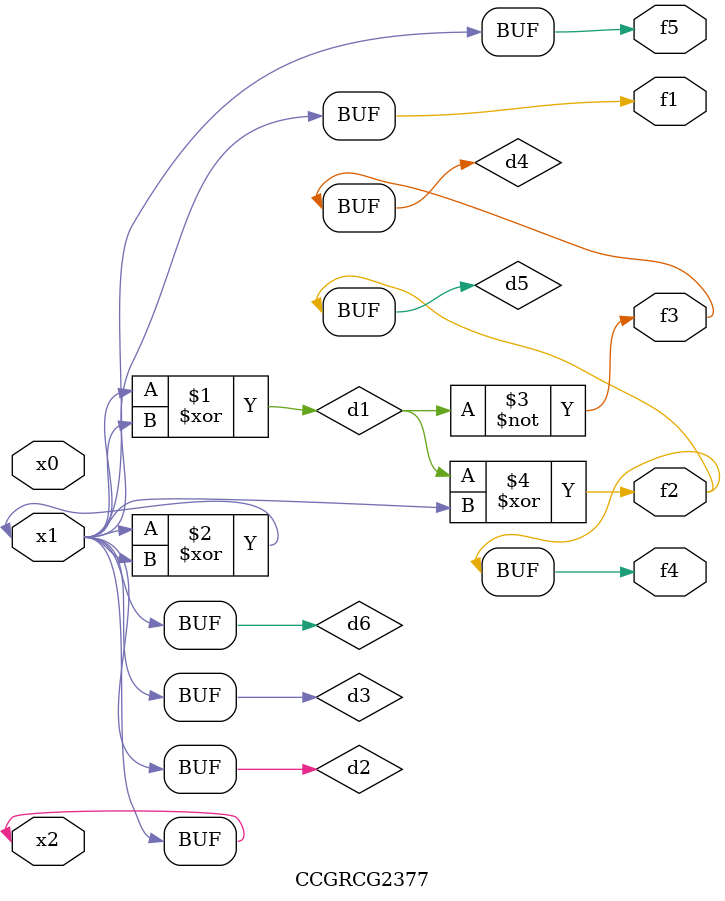
<source format=v>
module CCGRCG2377(
	input x0, x1, x2,
	output f1, f2, f3, f4, f5
);

	wire d1, d2, d3, d4, d5, d6;

	xor (d1, x1, x2);
	buf (d2, x1, x2);
	xor (d3, x1, x2);
	nor (d4, d1);
	xor (d5, d1, d2);
	buf (d6, d2, d3);
	assign f1 = d6;
	assign f2 = d5;
	assign f3 = d4;
	assign f4 = d5;
	assign f5 = d6;
endmodule

</source>
